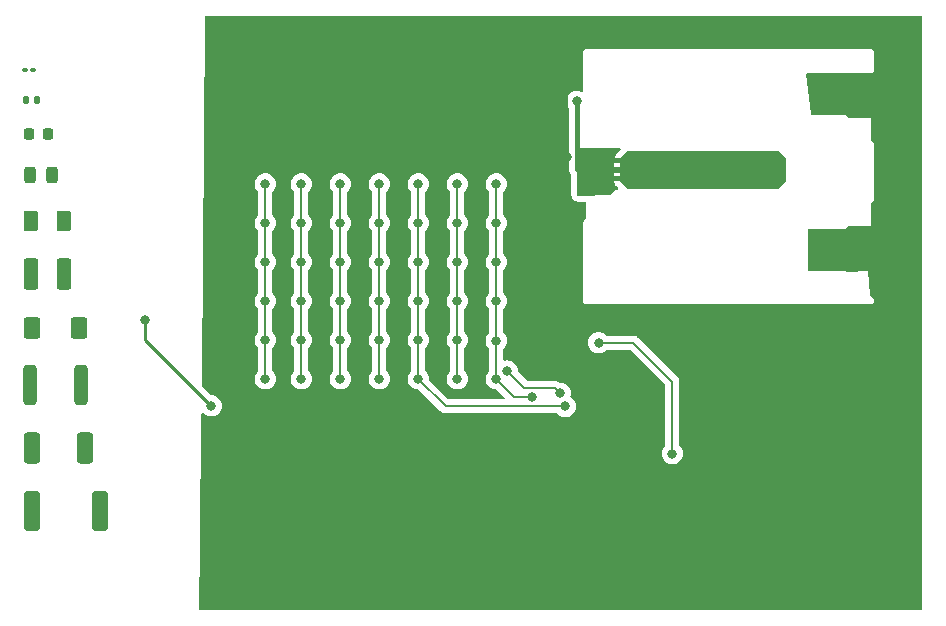
<source format=gbr>
%TF.GenerationSoftware,KiCad,Pcbnew,7.0.10*%
%TF.CreationDate,2024-03-13T20:43:01-04:00*%
%TF.ProjectId,Business Card,42757369-6e65-4737-9320-436172642e6b,rev?*%
%TF.SameCoordinates,Original*%
%TF.FileFunction,Copper,L2,Bot*%
%TF.FilePolarity,Positive*%
%FSLAX46Y46*%
G04 Gerber Fmt 4.6, Leading zero omitted, Abs format (unit mm)*
G04 Created by KiCad (PCBNEW 7.0.10) date 2024-03-13 20:43:01*
%MOMM*%
%LPD*%
G01*
G04 APERTURE LIST*
G04 Aperture macros list*
%AMRoundRect*
0 Rectangle with rounded corners*
0 $1 Rounding radius*
0 $2 $3 $4 $5 $6 $7 $8 $9 X,Y pos of 4 corners*
0 Add a 4 corners polygon primitive as box body*
4,1,4,$2,$3,$4,$5,$6,$7,$8,$9,$2,$3,0*
0 Add four circle primitives for the rounded corners*
1,1,$1+$1,$2,$3*
1,1,$1+$1,$4,$5*
1,1,$1+$1,$6,$7*
1,1,$1+$1,$8,$9*
0 Add four rect primitives between the rounded corners*
20,1,$1+$1,$2,$3,$4,$5,0*
20,1,$1+$1,$4,$5,$6,$7,0*
20,1,$1+$1,$6,$7,$8,$9,0*
20,1,$1+$1,$8,$9,$2,$3,0*%
%AMOutline5P*
0 Free polygon, 5 corners , with rotation*
0 The origin of the aperture is its center*
0 number of corners: always 5*
0 $1 to $10 corner X, Y*
0 $11 Rotation angle, in degrees counterclockwise*
0 create outline with 5 corners*
4,1,5,$1,$2,$3,$4,$5,$6,$7,$8,$9,$10,$1,$2,$11*%
%AMOutline6P*
0 Free polygon, 6 corners , with rotation*
0 The origin of the aperture is its center*
0 number of corners: always 6*
0 $1 to $12 corner X, Y*
0 $13 Rotation angle, in degrees counterclockwise*
0 create outline with 6 corners*
4,1,6,$1,$2,$3,$4,$5,$6,$7,$8,$9,$10,$11,$12,$1,$2,$13*%
%AMOutline7P*
0 Free polygon, 7 corners , with rotation*
0 The origin of the aperture is its center*
0 number of corners: always 7*
0 $1 to $14 corner X, Y*
0 $15 Rotation angle, in degrees counterclockwise*
0 create outline with 7 corners*
4,1,7,$1,$2,$3,$4,$5,$6,$7,$8,$9,$10,$11,$12,$13,$14,$1,$2,$15*%
%AMOutline8P*
0 Free polygon, 8 corners , with rotation*
0 The origin of the aperture is its center*
0 number of corners: always 8*
0 $1 to $16 corner X, Y*
0 $17 Rotation angle, in degrees counterclockwise*
0 create outline with 8 corners*
4,1,8,$1,$2,$3,$4,$5,$6,$7,$8,$9,$10,$11,$12,$13,$14,$15,$16,$1,$2,$17*%
G04 Aperture macros list end*
%TA.AperFunction,SMDPad,CuDef*%
%ADD10Outline8P,-7.000000X0.975000X-6.350000X1.625000X6.350000X1.625000X7.000000X0.975000X7.000000X-0.975000X6.350000X-1.625000X-6.350000X-1.625000X-7.000000X-0.975000X0.000000*%
%TD*%
%TA.AperFunction,ComponentPad*%
%ADD11C,0.808000*%
%TD*%
%TA.AperFunction,SMDPad,CuDef*%
%ADD12RoundRect,0.250000X0.375000X1.075000X-0.375000X1.075000X-0.375000X-1.075000X0.375000X-1.075000X0*%
%TD*%
%TA.AperFunction,SMDPad,CuDef*%
%ADD13RoundRect,0.250000X0.425000X1.075000X-0.425000X1.075000X-0.425000X-1.075000X0.425000X-1.075000X0*%
%TD*%
%TA.AperFunction,SMDPad,CuDef*%
%ADD14RoundRect,0.250000X0.312500X1.450000X-0.312500X1.450000X-0.312500X-1.450000X0.312500X-1.450000X0*%
%TD*%
%TA.AperFunction,SMDPad,CuDef*%
%ADD15RoundRect,0.249999X0.450001X0.650001X-0.450001X0.650001X-0.450001X-0.650001X0.450001X-0.650001X0*%
%TD*%
%TA.AperFunction,SMDPad,CuDef*%
%ADD16RoundRect,0.250000X0.375000X0.625000X-0.375000X0.625000X-0.375000X-0.625000X0.375000X-0.625000X0*%
%TD*%
%TA.AperFunction,SMDPad,CuDef*%
%ADD17RoundRect,0.250000X0.425000X1.425000X-0.425000X1.425000X-0.425000X-1.425000X0.425000X-1.425000X0*%
%TD*%
%TA.AperFunction,SMDPad,CuDef*%
%ADD18RoundRect,0.218750X0.218750X0.256250X-0.218750X0.256250X-0.218750X-0.256250X0.218750X-0.256250X0*%
%TD*%
%TA.AperFunction,SMDPad,CuDef*%
%ADD19RoundRect,0.147500X0.147500X0.172500X-0.147500X0.172500X-0.147500X-0.172500X0.147500X-0.172500X0*%
%TD*%
%TA.AperFunction,SMDPad,CuDef*%
%ADD20RoundRect,0.243750X0.243750X0.456250X-0.243750X0.456250X-0.243750X-0.456250X0.243750X-0.456250X0*%
%TD*%
%TA.AperFunction,SMDPad,CuDef*%
%ADD21RoundRect,0.100000X0.130000X0.100000X-0.130000X0.100000X-0.130000X-0.100000X0.130000X-0.100000X0*%
%TD*%
%TA.AperFunction,ViaPad*%
%ADD22C,0.800000*%
%TD*%
%TA.AperFunction,Conductor*%
%ADD23C,0.200000*%
%TD*%
%TA.AperFunction,Conductor*%
%ADD24C,0.250000*%
%TD*%
%TA.AperFunction,Conductor*%
%ADD25C,0.400000*%
%TD*%
G04 APERTURE END LIST*
D10*
%TO.P,BT1,1,+*%
%TO.N,+BATT*%
X166600000Y-84438000D03*
%TD*%
D11*
%TO.P,ANT1,P$2*%
%TO.N,Net-(U2-LA)*%
X119380000Y-97155000D03*
%TD*%
D12*
%TO.P,1210 (3225),1*%
%TO.N,N/C*%
X112520000Y-93252665D03*
%TO.P,1210 (3225),2*%
X109720000Y-93252665D03*
%TD*%
D13*
%TO.P,2010 (5025),1*%
%TO.N,N/C*%
X114270000Y-107988664D03*
%TO.P,2010 (5025),2*%
X109770000Y-107988664D03*
%TD*%
D14*
%TO.P,1812 (4532),1*%
%TO.N,N/C*%
X113927500Y-102668331D03*
%TO.P,1812 (4532),2*%
X109652500Y-102668331D03*
%TD*%
D15*
%TO.P,1806 (4516),1*%
%TO.N,N/C*%
X113790000Y-97772998D03*
%TO.P,1806 (4516),2*%
X109790000Y-97772998D03*
%TD*%
D16*
%TO.P,1206 (3216),1*%
%TO.N,N/C*%
X112520000Y-88757332D03*
%TO.P,1206 (3216),2*%
X109720000Y-88757332D03*
%TD*%
D17*
%TO.P,2512 (6332),1*%
%TO.N,N/C*%
X115560000Y-113284000D03*
%TO.P,2512 (6332),2*%
X109760000Y-113284000D03*
%TD*%
D18*
%TO.P,0603 (1608),1*%
%TO.N,N/C*%
X111107500Y-81416666D03*
%TO.P,0603 (1608),2*%
X109532500Y-81416666D03*
%TD*%
D19*
%TO.P,0402 (1005),1*%
%TO.N,N/C*%
X110255000Y-78471333D03*
%TO.P,0402 (1005),2*%
X109285000Y-78471333D03*
%TD*%
D20*
%TO.P,0805 (2012),1*%
%TO.N,N/C*%
X111457500Y-84886999D03*
%TO.P,0805 (2012),2*%
X109582500Y-84886999D03*
%TD*%
D21*
%TO.P,0201 (0603),1*%
%TO.N,N/C*%
X109860000Y-75946000D03*
%TO.P,0201 (0603),2*%
X109220000Y-75946000D03*
%TD*%
D22*
%TO.N,GND*%
X154940000Y-76708000D03*
X155072000Y-83347600D03*
%TO.N,+BATT*%
X155945000Y-78612400D03*
%TO.N,Net-(U2-LA)*%
X124968000Y-104394000D03*
%TO.N,Net-(U1-PA4)*%
X157764000Y-99046900D03*
X164007000Y-108430000D03*
%TO.N,Coloumn1*%
X149098000Y-98868000D03*
X149098000Y-88900000D03*
X149098000Y-95504000D03*
X149098000Y-92202000D03*
X152146000Y-103632000D03*
X149098000Y-102108000D03*
X149098000Y-85598000D03*
%TO.N,Coloumn2*%
X145796000Y-98806000D03*
X145796000Y-92202000D03*
X145796000Y-95504000D03*
X145796000Y-102108000D03*
X154502000Y-103328000D03*
X150029000Y-101447000D03*
X145796000Y-85598000D03*
X145796000Y-88900000D03*
%TO.N,Coloumn3*%
X154935000Y-104440000D03*
X142494000Y-102108000D03*
X142494000Y-88900000D03*
X142494000Y-95504000D03*
X142494000Y-92202000D03*
X142494000Y-85598000D03*
X142494000Y-98806000D03*
%TO.N,Coloumn4*%
X139192000Y-88900000D03*
X139192000Y-85598000D03*
X139192000Y-98806000D03*
X139192000Y-102108000D03*
X139192000Y-95504000D03*
X139192000Y-92202000D03*
%TO.N,Coloumn5*%
X135890000Y-92202000D03*
X135890000Y-98806000D03*
X135890000Y-85598000D03*
X135890000Y-88900000D03*
X135890000Y-95504000D03*
X135890000Y-102108000D03*
%TO.N,Coloumn6*%
X132588000Y-92202000D03*
X132588000Y-88900000D03*
X132588000Y-95504000D03*
X132588000Y-85598000D03*
X132588000Y-102108000D03*
X132588000Y-98806000D03*
%TO.N,Coloumn7*%
X129540000Y-85598000D03*
X129540000Y-98806000D03*
X129540000Y-102108000D03*
X129540000Y-92202000D03*
X129540000Y-95504000D03*
X129540000Y-88900000D03*
%TD*%
D23*
%TO.N,GND*%
X154940000Y-76708000D02*
X155072000Y-76840000D01*
X155072000Y-76576000D02*
X154940000Y-76708000D01*
X155072000Y-76840000D02*
X155072000Y-83347600D01*
X155072000Y-76564200D02*
X155072000Y-76576000D01*
D24*
%TO.N,+BATT*%
X166804000Y-84362200D02*
X166870000Y-84428000D01*
D25*
X163026000Y-85344000D02*
X162772000Y-85090000D01*
D24*
X160952000Y-84362200D02*
X166804000Y-84362200D01*
D25*
X162772000Y-85090000D02*
X156718000Y-85090000D01*
X155956000Y-84328000D02*
X155956000Y-82550000D01*
X156972000Y-83566000D02*
X162772000Y-83566000D01*
X155956000Y-82550000D02*
X155956000Y-78623400D01*
X155956000Y-82550000D02*
X156972000Y-83566000D01*
X156718000Y-85090000D02*
X155956000Y-84328000D01*
X162772000Y-83566000D02*
X163026000Y-83312000D01*
D24*
X155956000Y-78623400D02*
X155945000Y-78612400D01*
%TO.N,Net-(U2-LA)*%
X119380000Y-98806000D02*
X119380000Y-97155000D01*
X124968000Y-104394000D02*
X119380000Y-98806000D01*
D23*
%TO.N,Net-(U1-PA4)*%
X157764000Y-99046900D02*
X160689900Y-99046900D01*
X160689900Y-99046900D02*
X164007000Y-102364000D01*
X164007000Y-102364000D02*
X164007000Y-108430000D01*
%TO.N,Coloumn1*%
X149098000Y-92202000D02*
X149098000Y-95504000D01*
X150622000Y-103632000D02*
X152146000Y-103632000D01*
X149098000Y-102108000D02*
X150622000Y-103632000D01*
X149098000Y-88900000D02*
X149098000Y-92202000D01*
X149098000Y-98868000D02*
X149098000Y-102108000D01*
X149098000Y-95504000D02*
X149098000Y-98868000D01*
X149098000Y-85598000D02*
X149098000Y-88900000D01*
%TO.N,Coloumn2*%
X151452000Y-102870000D02*
X150029000Y-101447000D01*
X145796000Y-92202000D02*
X145796000Y-95504000D01*
X145796000Y-98806000D02*
X145796000Y-102108000D01*
X145796000Y-88900000D02*
X145796000Y-92202000D01*
X145796000Y-95504000D02*
X145796000Y-98806000D01*
X145796000Y-85598000D02*
X145796000Y-88900000D01*
X154502000Y-103328000D02*
X154044000Y-102870000D01*
X154044000Y-102870000D02*
X151452000Y-102870000D01*
%TO.N,Coloumn3*%
X142494000Y-88900000D02*
X142494000Y-92202000D01*
X142494000Y-95504000D02*
X142494000Y-98806000D01*
X142494000Y-102108000D02*
X144826000Y-104440000D01*
X142494000Y-85598000D02*
X142494000Y-88900000D01*
X144826000Y-104440000D02*
X154935000Y-104440000D01*
X142494000Y-98806000D02*
X142494000Y-102108000D01*
X142494000Y-92202000D02*
X142494000Y-95504000D01*
%TO.N,Coloumn4*%
X139192000Y-95504000D02*
X139192000Y-98806000D01*
X139192000Y-88900000D02*
X139192000Y-92202000D01*
X139192000Y-98806000D02*
X139192000Y-102108000D01*
X139192000Y-92202000D02*
X139192000Y-95504000D01*
X139192000Y-85598000D02*
X139192000Y-88900000D01*
%TO.N,Coloumn5*%
X135890000Y-98806000D02*
X135890000Y-102108000D01*
X135890000Y-95504000D02*
X135890000Y-98806000D01*
X135890000Y-92202000D02*
X135890000Y-95504000D01*
X135890000Y-88900000D02*
X135890000Y-92202000D01*
X135890000Y-85598000D02*
X135890000Y-88900000D01*
%TO.N,Coloumn6*%
X132588000Y-92202000D02*
X132588000Y-95504000D01*
X132588000Y-85598000D02*
X132588000Y-88900000D01*
X132588000Y-98806000D02*
X132588000Y-102108000D01*
X132588000Y-95504000D02*
X132588000Y-98806000D01*
X132588000Y-88900000D02*
X132588000Y-92202000D01*
%TO.N,Coloumn7*%
X129540000Y-95504000D02*
X129540000Y-98806000D01*
X129540000Y-92202000D02*
X129540000Y-95504000D01*
X129540000Y-98806000D02*
X129540000Y-102108000D01*
X129540000Y-88900000D02*
X129540000Y-92202000D01*
X129540000Y-88900000D02*
X129540000Y-85598000D01*
%TD*%
%TA.AperFunction,Conductor*%
%TO.N,GND*%
G36*
X185112539Y-71390185D02*
G01*
X185158294Y-71442989D01*
X185169500Y-71494500D01*
X185169500Y-95758000D01*
X180855080Y-95758000D01*
X180895610Y-95749937D01*
X180945740Y-95739966D01*
X181028601Y-95684601D01*
X181083966Y-95601740D01*
X181103408Y-95504000D01*
X181103408Y-95503997D01*
X181083967Y-95406263D01*
X181083966Y-95406260D01*
X181083966Y-95406259D01*
X181064057Y-95376463D01*
X181028601Y-95323399D01*
X181028598Y-95323397D01*
X181028598Y-95323396D01*
X181017832Y-95316203D01*
X180999042Y-95300782D01*
X180818918Y-95120658D01*
X180785433Y-95059335D01*
X180783111Y-95044224D01*
X180594000Y-92964000D01*
X180593999Y-92964000D01*
X180593999Y-92963999D01*
X178810267Y-93053186D01*
X178742328Y-93036874D01*
X178735185Y-93032444D01*
X178689536Y-93001942D01*
X178659741Y-92982034D01*
X178659740Y-92982033D01*
X178659739Y-92982033D01*
X178562002Y-92962592D01*
X178561999Y-92962592D01*
X178549306Y-92965117D01*
X178525114Y-92967500D01*
X175638000Y-92967500D01*
X175570961Y-92947815D01*
X175525206Y-92895011D01*
X175514000Y-92843500D01*
X175514000Y-89528500D01*
X175533685Y-89461461D01*
X175586489Y-89415706D01*
X175638000Y-89404500D01*
X177775326Y-89404500D01*
X178525114Y-89404500D01*
X178549306Y-89406883D01*
X178561999Y-89409408D01*
X178562000Y-89409408D01*
X178562002Y-89409408D01*
X178659737Y-89389967D01*
X178659737Y-89389966D01*
X178659741Y-89389966D01*
X178689536Y-89370057D01*
X178689536Y-89370056D01*
X178689538Y-89370056D01*
X178716068Y-89352329D01*
X178742601Y-89334601D01*
X178749794Y-89323833D01*
X178765205Y-89305053D01*
X178879942Y-89190316D01*
X178941263Y-89156834D01*
X178967621Y-89154000D01*
X180848000Y-89154000D01*
X180848000Y-87273621D01*
X180867685Y-87206582D01*
X180884313Y-87185945D01*
X180999053Y-87071205D01*
X181017833Y-87055794D01*
X181028601Y-87048601D01*
X181042767Y-87027399D01*
X181064049Y-86995549D01*
X181064051Y-86995544D01*
X181064057Y-86995536D01*
X181083966Y-86965741D01*
X181089598Y-86937427D01*
X181103408Y-86868002D01*
X181103408Y-86867999D01*
X181100883Y-86855306D01*
X181098500Y-86831114D01*
X181098500Y-82332885D01*
X181100883Y-82308691D01*
X181103408Y-82295998D01*
X181103408Y-82295997D01*
X181083967Y-82198263D01*
X181083966Y-82198260D01*
X181083966Y-82198259D01*
X181064057Y-82168463D01*
X181028601Y-82115399D01*
X181028598Y-82115397D01*
X181028598Y-82115396D01*
X181017832Y-82108203D01*
X180999042Y-82092782D01*
X180884319Y-81978059D01*
X180850834Y-81916736D01*
X180848000Y-81890378D01*
X180848000Y-80010000D01*
X178967622Y-80010000D01*
X178900583Y-79990315D01*
X178879941Y-79973681D01*
X178765217Y-79858957D01*
X178749794Y-79840165D01*
X178742600Y-79829398D01*
X178729379Y-79820564D01*
X178689536Y-79793942D01*
X178659741Y-79774034D01*
X178659740Y-79774033D01*
X178659739Y-79774033D01*
X178562002Y-79754592D01*
X178561999Y-79754592D01*
X178549306Y-79757117D01*
X178525114Y-79759500D01*
X175846152Y-79759500D01*
X175779113Y-79739815D01*
X175733358Y-79687011D01*
X175723110Y-79650880D01*
X175308735Y-76335880D01*
X175319952Y-76266917D01*
X175366673Y-76214966D01*
X175431777Y-76196500D01*
X180811114Y-76196500D01*
X180835306Y-76198883D01*
X180847999Y-76201408D01*
X180848000Y-76201408D01*
X180848002Y-76201408D01*
X180896870Y-76191687D01*
X180945740Y-76181966D01*
X181028601Y-76126601D01*
X181083966Y-76043740D01*
X181083967Y-76043735D01*
X181099689Y-75964700D01*
X181099690Y-75964689D01*
X181103408Y-75946000D01*
X181103408Y-75945999D01*
X181100883Y-75933306D01*
X181098500Y-75909114D01*
X181098500Y-74458885D01*
X181100883Y-74434691D01*
X181103408Y-74421998D01*
X181103408Y-74421997D01*
X181083966Y-74324261D01*
X181083966Y-74324260D01*
X181028601Y-74241399D01*
X180945740Y-74186034D01*
X180945739Y-74186033D01*
X180945736Y-74186032D01*
X180872675Y-74171500D01*
X180872674Y-74171500D01*
X180848001Y-74166592D01*
X180847999Y-74166592D01*
X180835306Y-74169117D01*
X180811114Y-74171500D01*
X156754886Y-74171500D01*
X156730694Y-74169117D01*
X156718001Y-74166592D01*
X156718000Y-74166592D01*
X156718000Y-71370500D01*
X185045500Y-71370500D01*
X185112539Y-71390185D01*
G37*
%TD.AperFunction*%
%TD*%
%TA.AperFunction,Conductor*%
%TO.N,GND*%
G36*
X156718000Y-74166592D02*
G01*
X156717999Y-74166592D01*
X156693326Y-74171500D01*
X156693325Y-74171500D01*
X156620263Y-74186032D01*
X156620260Y-74186033D01*
X156537399Y-74241399D01*
X156482033Y-74324261D01*
X156462592Y-74421997D01*
X156462592Y-74421998D01*
X156465117Y-74434691D01*
X156467500Y-74458885D01*
X156467500Y-77668368D01*
X156447815Y-77735407D01*
X156395011Y-77781162D01*
X156325853Y-77791106D01*
X156293065Y-77781648D01*
X156224802Y-77751255D01*
X156079001Y-77720265D01*
X156039646Y-77711900D01*
X155850354Y-77711900D01*
X155817897Y-77718798D01*
X155665197Y-77751255D01*
X155665192Y-77751257D01*
X155492270Y-77828248D01*
X155492265Y-77828251D01*
X155339129Y-77939511D01*
X155212466Y-78080185D01*
X155117821Y-78244115D01*
X155117818Y-78244122D01*
X155059327Y-78424140D01*
X155059326Y-78424144D01*
X155039540Y-78612400D01*
X155059326Y-78800656D01*
X155059327Y-78800659D01*
X155117818Y-78980677D01*
X155117821Y-78980684D01*
X155212467Y-79144616D01*
X155223648Y-79157033D01*
X155253879Y-79220024D01*
X155255500Y-79240008D01*
X155255500Y-82525078D01*
X155255274Y-82532565D01*
X155251642Y-82592604D01*
X155251642Y-82592606D01*
X155253469Y-82602575D01*
X155255500Y-82624927D01*
X155255500Y-84303078D01*
X155255274Y-84310566D01*
X155251642Y-84370603D01*
X155251642Y-84370605D01*
X155262483Y-84429770D01*
X155263610Y-84437171D01*
X155270859Y-84496871D01*
X155270860Y-84496874D01*
X155274451Y-84506343D01*
X155280474Y-84527946D01*
X155282304Y-84537930D01*
X155306991Y-84592782D01*
X155309854Y-84599694D01*
X155331182Y-84655930D01*
X155331183Y-84655931D01*
X155336936Y-84664266D01*
X155347961Y-84683813D01*
X155352120Y-84693055D01*
X155352124Y-84693060D01*
X155389215Y-84740403D01*
X155393655Y-84746437D01*
X155428550Y-84796991D01*
X155450433Y-84863345D01*
X155450500Y-84867431D01*
X155450500Y-86485144D01*
X155464208Y-86602062D01*
X155477479Y-86657877D01*
X155477479Y-86657878D01*
X155517856Y-86768449D01*
X155517859Y-86768455D01*
X155600229Y-86886400D01*
X155600239Y-86886413D01*
X155646130Y-86935434D01*
X155647402Y-86936854D01*
X155647988Y-86937420D01*
X155647991Y-86937422D01*
X155647995Y-86937427D01*
X155760275Y-87027399D01*
X155893354Y-87082094D01*
X155893360Y-87082096D01*
X155961096Y-87099186D01*
X155961101Y-87099187D01*
X156104194Y-87114174D01*
X156104200Y-87114173D01*
X156104206Y-87114174D01*
X156227031Y-87109449D01*
X156589238Y-87095518D01*
X156656980Y-87112610D01*
X156704731Y-87163616D01*
X156718000Y-87219425D01*
X156718000Y-88494377D01*
X156698315Y-88561416D01*
X156681685Y-88582053D01*
X156566955Y-88696784D01*
X156548170Y-88712200D01*
X156537404Y-88719394D01*
X156537398Y-88719400D01*
X156521470Y-88743239D01*
X156482033Y-88802260D01*
X156482032Y-88802263D01*
X156462592Y-88899997D01*
X156462592Y-88899999D01*
X156465117Y-88912692D01*
X156467500Y-88936885D01*
X156467500Y-95467114D01*
X156465117Y-95491306D01*
X156462592Y-95503999D01*
X156462592Y-95504001D01*
X156466310Y-95522693D01*
X156466311Y-95522700D01*
X156482032Y-95601735D01*
X156482033Y-95601739D01*
X156482034Y-95601740D01*
X156537399Y-95684601D01*
X156620260Y-95739966D01*
X156652840Y-95746446D01*
X156717998Y-95759408D01*
X156718000Y-95759408D01*
X156718001Y-95759408D01*
X156730694Y-95756883D01*
X156754886Y-95754500D01*
X180811114Y-95754500D01*
X180835306Y-95756883D01*
X180847999Y-95759408D01*
X180848000Y-95759408D01*
X180848002Y-95759408D01*
X180855080Y-95758000D01*
X185169500Y-95758000D01*
X185169500Y-121545500D01*
X185149815Y-121612539D01*
X185097011Y-121658294D01*
X185045500Y-121669500D01*
X124079733Y-121669500D01*
X124012694Y-121649815D01*
X123966939Y-121597011D01*
X123955739Y-121544266D01*
X124008177Y-116274148D01*
X124119175Y-105118847D01*
X124139526Y-105052010D01*
X124192782Y-105006783D01*
X124262036Y-104997528D01*
X124325300Y-105027184D01*
X124335314Y-105037107D01*
X124343035Y-105045682D01*
X124362129Y-105066888D01*
X124515265Y-105178148D01*
X124515270Y-105178151D01*
X124688192Y-105255142D01*
X124688197Y-105255144D01*
X124873354Y-105294500D01*
X124873355Y-105294500D01*
X125062644Y-105294500D01*
X125062646Y-105294500D01*
X125247803Y-105255144D01*
X125420730Y-105178151D01*
X125573871Y-105066888D01*
X125700533Y-104926216D01*
X125795179Y-104762284D01*
X125853674Y-104582256D01*
X125873460Y-104394000D01*
X125853674Y-104205744D01*
X125795179Y-104025716D01*
X125700533Y-103861784D01*
X125573871Y-103721112D01*
X125573870Y-103721111D01*
X125420734Y-103609851D01*
X125420729Y-103609848D01*
X125247807Y-103532857D01*
X125247802Y-103532855D01*
X125102001Y-103501865D01*
X125062646Y-103493500D01*
X125062645Y-103493500D01*
X125003453Y-103493500D01*
X124936414Y-103473815D01*
X124915772Y-103457181D01*
X124180226Y-102721635D01*
X124146741Y-102660312D01*
X124143913Y-102632720D01*
X124149134Y-102108000D01*
X128634540Y-102108000D01*
X128654326Y-102296256D01*
X128654327Y-102296259D01*
X128712818Y-102476277D01*
X128712821Y-102476284D01*
X128807467Y-102640216D01*
X128934129Y-102780888D01*
X129087265Y-102892148D01*
X129087270Y-102892151D01*
X129260192Y-102969142D01*
X129260197Y-102969144D01*
X129445354Y-103008500D01*
X129445355Y-103008500D01*
X129634644Y-103008500D01*
X129634646Y-103008500D01*
X129819803Y-102969144D01*
X129992730Y-102892151D01*
X130145871Y-102780888D01*
X130272533Y-102640216D01*
X130367179Y-102476284D01*
X130425674Y-102296256D01*
X130445460Y-102108000D01*
X131682540Y-102108000D01*
X131702326Y-102296256D01*
X131702327Y-102296259D01*
X131760818Y-102476277D01*
X131760821Y-102476284D01*
X131855467Y-102640216D01*
X131982129Y-102780888D01*
X132135265Y-102892148D01*
X132135270Y-102892151D01*
X132308192Y-102969142D01*
X132308197Y-102969144D01*
X132493354Y-103008500D01*
X132493355Y-103008500D01*
X132682644Y-103008500D01*
X132682646Y-103008500D01*
X132867803Y-102969144D01*
X133040730Y-102892151D01*
X133193871Y-102780888D01*
X133320533Y-102640216D01*
X133415179Y-102476284D01*
X133473674Y-102296256D01*
X133493460Y-102108000D01*
X134984540Y-102108000D01*
X135004326Y-102296256D01*
X135004327Y-102296259D01*
X135062818Y-102476277D01*
X135062821Y-102476284D01*
X135157467Y-102640216D01*
X135284129Y-102780888D01*
X135437265Y-102892148D01*
X135437270Y-102892151D01*
X135610192Y-102969142D01*
X135610197Y-102969144D01*
X135795354Y-103008500D01*
X135795355Y-103008500D01*
X135984644Y-103008500D01*
X135984646Y-103008500D01*
X136169803Y-102969144D01*
X136342730Y-102892151D01*
X136495871Y-102780888D01*
X136622533Y-102640216D01*
X136717179Y-102476284D01*
X136775674Y-102296256D01*
X136795460Y-102108000D01*
X138286540Y-102108000D01*
X138306326Y-102296256D01*
X138306327Y-102296259D01*
X138364818Y-102476277D01*
X138364821Y-102476284D01*
X138459467Y-102640216D01*
X138586129Y-102780888D01*
X138739265Y-102892148D01*
X138739270Y-102892151D01*
X138912192Y-102969142D01*
X138912197Y-102969144D01*
X139097354Y-103008500D01*
X139097355Y-103008500D01*
X139286644Y-103008500D01*
X139286646Y-103008500D01*
X139471803Y-102969144D01*
X139644730Y-102892151D01*
X139797871Y-102780888D01*
X139924533Y-102640216D01*
X140019179Y-102476284D01*
X140077674Y-102296256D01*
X140097460Y-102108000D01*
X141588540Y-102108000D01*
X141608326Y-102296256D01*
X141608327Y-102296259D01*
X141666818Y-102476277D01*
X141666821Y-102476284D01*
X141761467Y-102640216D01*
X141888129Y-102780888D01*
X142041265Y-102892148D01*
X142041270Y-102892151D01*
X142214192Y-102969142D01*
X142214197Y-102969144D01*
X142399354Y-103008500D01*
X142493903Y-103008500D01*
X142560942Y-103028185D01*
X142581584Y-103044819D01*
X144367799Y-104831034D01*
X144378493Y-104843228D01*
X144397715Y-104868279D01*
X144397716Y-104868280D01*
X144397718Y-104868282D01*
X144486847Y-104936673D01*
X144523159Y-104964536D01*
X144669238Y-105025044D01*
X144747619Y-105035363D01*
X144825999Y-105045682D01*
X144826000Y-105045682D01*
X144857302Y-105041560D01*
X144873487Y-105040500D01*
X154208742Y-105040500D01*
X154275781Y-105060185D01*
X154300891Y-105081527D01*
X154329128Y-105112887D01*
X154329135Y-105112893D01*
X154482265Y-105224148D01*
X154482270Y-105224151D01*
X154655192Y-105301142D01*
X154655197Y-105301144D01*
X154840354Y-105340500D01*
X154840355Y-105340500D01*
X155029644Y-105340500D01*
X155029646Y-105340500D01*
X155214803Y-105301144D01*
X155387730Y-105224151D01*
X155540871Y-105112888D01*
X155667533Y-104972216D01*
X155762179Y-104808284D01*
X155820674Y-104628256D01*
X155840460Y-104440000D01*
X155820674Y-104251744D01*
X155762179Y-104071716D01*
X155667533Y-103907784D01*
X155540871Y-103767112D01*
X155540732Y-103767011D01*
X155423876Y-103682110D01*
X155381210Y-103626780D01*
X155375231Y-103557167D01*
X155378830Y-103543473D01*
X155387674Y-103516256D01*
X155407460Y-103328000D01*
X155387674Y-103139744D01*
X155329179Y-102959716D01*
X155234533Y-102795784D01*
X155107871Y-102655112D01*
X155107870Y-102655111D01*
X154954734Y-102543851D01*
X154954729Y-102543848D01*
X154781807Y-102466857D01*
X154781802Y-102466855D01*
X154636001Y-102435865D01*
X154596646Y-102427500D01*
X154596645Y-102427500D01*
X154495845Y-102427500D01*
X154428806Y-102407815D01*
X154420359Y-102401876D01*
X154346842Y-102345464D01*
X154200762Y-102284956D01*
X154200760Y-102284955D01*
X154044001Y-102264318D01*
X154044000Y-102264318D01*
X154012697Y-102268439D01*
X153996513Y-102269500D01*
X151752097Y-102269500D01*
X151685058Y-102249815D01*
X151664416Y-102233181D01*
X150970779Y-101539544D01*
X150937294Y-101478221D01*
X150934460Y-101451863D01*
X150934460Y-101447002D01*
X150934460Y-101447000D01*
X150914674Y-101258744D01*
X150856179Y-101078716D01*
X150761533Y-100914784D01*
X150634871Y-100774112D01*
X150634870Y-100774111D01*
X150481734Y-100662851D01*
X150481729Y-100662848D01*
X150308807Y-100585857D01*
X150308802Y-100585855D01*
X150163001Y-100554865D01*
X150123646Y-100546500D01*
X149934354Y-100546500D01*
X149934352Y-100546500D01*
X149848280Y-100564795D01*
X149778613Y-100559479D01*
X149722880Y-100517341D01*
X149698775Y-100451761D01*
X149698500Y-100443505D01*
X149698500Y-99594452D01*
X149718185Y-99527413D01*
X149730350Y-99511480D01*
X149830533Y-99400216D01*
X149925179Y-99236284D01*
X149983674Y-99056256D01*
X149984657Y-99046900D01*
X156858540Y-99046900D01*
X156878326Y-99235156D01*
X156878327Y-99235159D01*
X156936818Y-99415177D01*
X156936821Y-99415184D01*
X157031467Y-99579116D01*
X157158128Y-99719787D01*
X157158129Y-99719788D01*
X157311265Y-99831048D01*
X157311270Y-99831051D01*
X157484192Y-99908042D01*
X157484197Y-99908044D01*
X157669354Y-99947400D01*
X157669355Y-99947400D01*
X157858644Y-99947400D01*
X157858646Y-99947400D01*
X158043803Y-99908044D01*
X158216730Y-99831051D01*
X158369871Y-99719788D01*
X158398109Y-99688427D01*
X158457595Y-99651779D01*
X158490258Y-99647400D01*
X160389803Y-99647400D01*
X160456842Y-99667085D01*
X160477484Y-99683719D01*
X163370181Y-102576416D01*
X163403666Y-102637739D01*
X163406500Y-102664097D01*
X163406500Y-107703547D01*
X163386815Y-107770586D01*
X163374650Y-107786519D01*
X163274466Y-107897785D01*
X163179821Y-108061715D01*
X163179818Y-108061722D01*
X163121327Y-108241740D01*
X163121326Y-108241744D01*
X163101540Y-108430000D01*
X163121326Y-108618256D01*
X163121327Y-108618259D01*
X163179818Y-108798277D01*
X163179821Y-108798284D01*
X163274467Y-108962216D01*
X163401129Y-109102888D01*
X163554265Y-109214148D01*
X163554270Y-109214151D01*
X163727192Y-109291142D01*
X163727197Y-109291144D01*
X163912354Y-109330500D01*
X163912355Y-109330500D01*
X164101644Y-109330500D01*
X164101646Y-109330500D01*
X164286803Y-109291144D01*
X164459730Y-109214151D01*
X164612871Y-109102888D01*
X164739533Y-108962216D01*
X164834179Y-108798284D01*
X164892674Y-108618256D01*
X164912460Y-108430000D01*
X164892674Y-108241744D01*
X164834179Y-108061716D01*
X164739533Y-107897784D01*
X164684628Y-107836806D01*
X164639350Y-107786519D01*
X164609120Y-107723527D01*
X164607500Y-107703547D01*
X164607500Y-102411487D01*
X164608561Y-102395301D01*
X164612682Y-102363999D01*
X164612682Y-102363998D01*
X164592044Y-102207239D01*
X164592042Y-102207234D01*
X164531538Y-102061163D01*
X164531535Y-102061158D01*
X164459451Y-101967216D01*
X164459450Y-101967215D01*
X164445761Y-101949375D01*
X164435281Y-101935716D01*
X164410229Y-101916494D01*
X164398034Y-101905799D01*
X161148099Y-98655864D01*
X161137404Y-98643669D01*
X161118183Y-98618619D01*
X161117043Y-98617744D01*
X160992741Y-98522364D01*
X160974202Y-98514685D01*
X160846662Y-98461856D01*
X160846660Y-98461855D01*
X160689901Y-98441218D01*
X160689900Y-98441218D01*
X160658597Y-98445339D01*
X160642413Y-98446400D01*
X158490258Y-98446400D01*
X158423219Y-98426715D01*
X158398109Y-98405373D01*
X158369871Y-98374012D01*
X158369864Y-98374006D01*
X158216734Y-98262751D01*
X158216729Y-98262748D01*
X158043807Y-98185757D01*
X158043802Y-98185755D01*
X157898001Y-98154765D01*
X157858646Y-98146400D01*
X157669354Y-98146400D01*
X157636897Y-98153298D01*
X157484197Y-98185755D01*
X157484192Y-98185757D01*
X157311270Y-98262748D01*
X157311265Y-98262751D01*
X157158129Y-98374011D01*
X157031466Y-98514685D01*
X156936821Y-98678615D01*
X156936818Y-98678622D01*
X156895431Y-98806000D01*
X156878326Y-98858644D01*
X156858540Y-99046900D01*
X149984657Y-99046900D01*
X150003460Y-98868000D01*
X149983674Y-98679744D01*
X149925179Y-98499716D01*
X149830533Y-98335784D01*
X149748112Y-98244246D01*
X149730350Y-98224519D01*
X149700120Y-98161527D01*
X149698500Y-98141547D01*
X149698500Y-96230452D01*
X149718185Y-96163413D01*
X149730350Y-96147480D01*
X149830533Y-96036216D01*
X149925179Y-95872284D01*
X149983674Y-95692256D01*
X150003460Y-95504000D01*
X149983674Y-95315744D01*
X149925179Y-95135716D01*
X149830533Y-94971784D01*
X149775628Y-94910806D01*
X149730350Y-94860519D01*
X149700120Y-94797527D01*
X149698500Y-94777547D01*
X149698500Y-92928452D01*
X149718185Y-92861413D01*
X149730350Y-92845480D01*
X149830533Y-92734216D01*
X149925179Y-92570284D01*
X149983674Y-92390256D01*
X150003460Y-92202000D01*
X149983674Y-92013744D01*
X149925179Y-91833716D01*
X149830533Y-91669784D01*
X149775628Y-91608806D01*
X149730350Y-91558519D01*
X149700120Y-91495527D01*
X149698500Y-91475547D01*
X149698500Y-89626452D01*
X149718185Y-89559413D01*
X149730350Y-89543480D01*
X149830533Y-89432216D01*
X149925179Y-89268284D01*
X149983674Y-89088256D01*
X150003460Y-88900000D01*
X149983674Y-88711744D01*
X149925179Y-88531716D01*
X149830533Y-88367784D01*
X149775628Y-88306806D01*
X149730350Y-88256519D01*
X149700120Y-88193527D01*
X149698500Y-88173547D01*
X149698500Y-86324452D01*
X149718185Y-86257413D01*
X149730350Y-86241480D01*
X149830533Y-86130216D01*
X149925179Y-85966284D01*
X149983674Y-85786256D01*
X150003460Y-85598000D01*
X149983674Y-85409744D01*
X149925179Y-85229716D01*
X149830533Y-85065784D01*
X149703871Y-84925112D01*
X149624480Y-84867431D01*
X149550734Y-84813851D01*
X149550729Y-84813848D01*
X149377807Y-84736857D01*
X149377802Y-84736855D01*
X149232001Y-84705865D01*
X149192646Y-84697500D01*
X149003354Y-84697500D01*
X148970897Y-84704398D01*
X148818197Y-84736855D01*
X148818192Y-84736857D01*
X148645270Y-84813848D01*
X148645265Y-84813851D01*
X148492129Y-84925111D01*
X148365466Y-85065785D01*
X148270821Y-85229715D01*
X148270818Y-85229722D01*
X148212327Y-85409740D01*
X148212326Y-85409744D01*
X148192540Y-85598000D01*
X148212326Y-85786256D01*
X148212327Y-85786259D01*
X148270818Y-85966277D01*
X148270821Y-85966284D01*
X148365467Y-86130216D01*
X148465650Y-86241480D01*
X148495880Y-86304471D01*
X148497500Y-86324452D01*
X148497500Y-88173547D01*
X148477815Y-88240586D01*
X148465650Y-88256519D01*
X148365466Y-88367785D01*
X148270821Y-88531715D01*
X148270818Y-88531722D01*
X148212327Y-88711740D01*
X148212326Y-88711744D01*
X148192540Y-88900000D01*
X148212326Y-89088256D01*
X148212327Y-89088259D01*
X148270818Y-89268277D01*
X148270821Y-89268284D01*
X148365467Y-89432216D01*
X148465650Y-89543480D01*
X148495880Y-89606471D01*
X148497500Y-89626452D01*
X148497500Y-91475547D01*
X148477815Y-91542586D01*
X148465650Y-91558519D01*
X148365466Y-91669785D01*
X148270821Y-91833715D01*
X148270818Y-91833722D01*
X148212327Y-92013740D01*
X148212326Y-92013744D01*
X148192540Y-92202000D01*
X148212326Y-92390256D01*
X148212327Y-92390259D01*
X148270818Y-92570277D01*
X148270821Y-92570284D01*
X148365467Y-92734216D01*
X148465650Y-92845480D01*
X148495880Y-92908471D01*
X148497500Y-92928452D01*
X148497500Y-94777547D01*
X148477815Y-94844586D01*
X148465650Y-94860519D01*
X148365466Y-94971785D01*
X148270821Y-95135715D01*
X148270818Y-95135722D01*
X148212327Y-95315740D01*
X148212326Y-95315744D01*
X148192540Y-95504000D01*
X148212326Y-95692256D01*
X148212327Y-95692259D01*
X148270818Y-95872277D01*
X148270821Y-95872284D01*
X148365467Y-96036216D01*
X148465650Y-96147480D01*
X148495880Y-96210471D01*
X148497500Y-96230452D01*
X148497500Y-98141547D01*
X148477815Y-98208586D01*
X148465650Y-98224519D01*
X148365466Y-98335785D01*
X148270821Y-98499715D01*
X148270818Y-98499722D01*
X148212327Y-98679740D01*
X148212326Y-98679744D01*
X148192540Y-98868000D01*
X148212326Y-99056256D01*
X148212327Y-99056259D01*
X148270818Y-99236277D01*
X148270821Y-99236284D01*
X148365467Y-99400216D01*
X148409825Y-99449480D01*
X148465650Y-99511480D01*
X148495880Y-99574471D01*
X148497500Y-99594452D01*
X148497500Y-101381547D01*
X148477815Y-101448586D01*
X148465650Y-101464519D01*
X148365466Y-101575785D01*
X148270821Y-101739715D01*
X148270818Y-101739722D01*
X148216857Y-101905799D01*
X148212326Y-101919744D01*
X148192540Y-102108000D01*
X148212326Y-102296256D01*
X148212327Y-102296259D01*
X148270818Y-102476277D01*
X148270821Y-102476284D01*
X148365467Y-102640216D01*
X148492129Y-102780888D01*
X148645265Y-102892148D01*
X148645270Y-102892151D01*
X148818192Y-102969142D01*
X148818197Y-102969144D01*
X149003354Y-103008500D01*
X149097903Y-103008500D01*
X149164942Y-103028185D01*
X149185584Y-103044819D01*
X149768583Y-103627819D01*
X149802068Y-103689142D01*
X149797084Y-103758834D01*
X149755212Y-103814767D01*
X149689748Y-103839184D01*
X149680902Y-103839500D01*
X145126097Y-103839500D01*
X145059058Y-103819815D01*
X145038416Y-103803181D01*
X143435779Y-102200544D01*
X143402294Y-102139221D01*
X143399460Y-102112863D01*
X143399460Y-102108002D01*
X143399460Y-102108000D01*
X144890540Y-102108000D01*
X144910326Y-102296256D01*
X144910327Y-102296259D01*
X144968818Y-102476277D01*
X144968821Y-102476284D01*
X145063467Y-102640216D01*
X145190129Y-102780888D01*
X145343265Y-102892148D01*
X145343270Y-102892151D01*
X145516192Y-102969142D01*
X145516197Y-102969144D01*
X145701354Y-103008500D01*
X145701355Y-103008500D01*
X145890644Y-103008500D01*
X145890646Y-103008500D01*
X146075803Y-102969144D01*
X146248730Y-102892151D01*
X146401871Y-102780888D01*
X146528533Y-102640216D01*
X146623179Y-102476284D01*
X146681674Y-102296256D01*
X146701460Y-102108000D01*
X146681674Y-101919744D01*
X146623179Y-101739716D01*
X146528533Y-101575784D01*
X146440687Y-101478221D01*
X146428350Y-101464519D01*
X146398120Y-101401527D01*
X146396500Y-101381547D01*
X146396500Y-99532452D01*
X146416185Y-99465413D01*
X146428350Y-99449480D01*
X146528533Y-99338216D01*
X146623179Y-99174284D01*
X146681674Y-98994256D01*
X146701460Y-98806000D01*
X146681674Y-98617744D01*
X146623179Y-98437716D01*
X146528533Y-98273784D01*
X146469828Y-98208586D01*
X146428350Y-98162519D01*
X146398120Y-98099527D01*
X146396500Y-98079547D01*
X146396500Y-96230452D01*
X146416185Y-96163413D01*
X146428350Y-96147480D01*
X146528533Y-96036216D01*
X146623179Y-95872284D01*
X146681674Y-95692256D01*
X146701460Y-95504000D01*
X146681674Y-95315744D01*
X146623179Y-95135716D01*
X146528533Y-94971784D01*
X146473628Y-94910806D01*
X146428350Y-94860519D01*
X146398120Y-94797527D01*
X146396500Y-94777547D01*
X146396500Y-92928452D01*
X146416185Y-92861413D01*
X146428350Y-92845480D01*
X146528533Y-92734216D01*
X146623179Y-92570284D01*
X146681674Y-92390256D01*
X146701460Y-92202000D01*
X146681674Y-92013744D01*
X146623179Y-91833716D01*
X146528533Y-91669784D01*
X146473628Y-91608806D01*
X146428350Y-91558519D01*
X146398120Y-91495527D01*
X146396500Y-91475547D01*
X146396500Y-89626452D01*
X146416185Y-89559413D01*
X146428350Y-89543480D01*
X146528533Y-89432216D01*
X146623179Y-89268284D01*
X146681674Y-89088256D01*
X146701460Y-88900000D01*
X146681674Y-88711744D01*
X146623179Y-88531716D01*
X146528533Y-88367784D01*
X146473628Y-88306806D01*
X146428350Y-88256519D01*
X146398120Y-88193527D01*
X146396500Y-88173547D01*
X146396500Y-86324452D01*
X146416185Y-86257413D01*
X146428350Y-86241480D01*
X146528533Y-86130216D01*
X146623179Y-85966284D01*
X146681674Y-85786256D01*
X146701460Y-85598000D01*
X146681674Y-85409744D01*
X146623179Y-85229716D01*
X146528533Y-85065784D01*
X146401871Y-84925112D01*
X146322480Y-84867431D01*
X146248734Y-84813851D01*
X146248729Y-84813848D01*
X146075807Y-84736857D01*
X146075802Y-84736855D01*
X145930001Y-84705865D01*
X145890646Y-84697500D01*
X145701354Y-84697500D01*
X145668897Y-84704398D01*
X145516197Y-84736855D01*
X145516192Y-84736857D01*
X145343270Y-84813848D01*
X145343265Y-84813851D01*
X145190129Y-84925111D01*
X145063466Y-85065785D01*
X144968821Y-85229715D01*
X144968818Y-85229722D01*
X144910327Y-85409740D01*
X144910326Y-85409744D01*
X144890540Y-85598000D01*
X144910326Y-85786256D01*
X144910327Y-85786259D01*
X144968818Y-85966277D01*
X144968821Y-85966284D01*
X145063467Y-86130216D01*
X145163650Y-86241480D01*
X145193880Y-86304471D01*
X145195500Y-86324452D01*
X145195500Y-88173547D01*
X145175815Y-88240586D01*
X145163650Y-88256519D01*
X145063466Y-88367785D01*
X144968821Y-88531715D01*
X144968818Y-88531722D01*
X144910327Y-88711740D01*
X144910326Y-88711744D01*
X144890540Y-88900000D01*
X144910326Y-89088256D01*
X144910327Y-89088259D01*
X144968818Y-89268277D01*
X144968821Y-89268284D01*
X145063467Y-89432216D01*
X145163650Y-89543480D01*
X145193880Y-89606471D01*
X145195500Y-89626452D01*
X145195500Y-91475547D01*
X145175815Y-91542586D01*
X145163650Y-91558519D01*
X145063466Y-91669785D01*
X144968821Y-91833715D01*
X144968818Y-91833722D01*
X144910327Y-92013740D01*
X144910326Y-92013744D01*
X144890540Y-92202000D01*
X144910326Y-92390256D01*
X144910327Y-92390259D01*
X144968818Y-92570277D01*
X144968821Y-92570284D01*
X145063467Y-92734216D01*
X145163650Y-92845480D01*
X145193880Y-92908471D01*
X145195500Y-92928452D01*
X145195500Y-94777547D01*
X145175815Y-94844586D01*
X145163650Y-94860519D01*
X145063466Y-94971785D01*
X144968821Y-95135715D01*
X144968818Y-95135722D01*
X144910327Y-95315740D01*
X144910326Y-95315744D01*
X144890540Y-95504000D01*
X144910326Y-95692256D01*
X144910327Y-95692259D01*
X144968818Y-95872277D01*
X144968821Y-95872284D01*
X145063467Y-96036216D01*
X145163650Y-96147480D01*
X145193880Y-96210471D01*
X145195500Y-96230452D01*
X145195500Y-98079547D01*
X145175815Y-98146586D01*
X145163650Y-98162519D01*
X145063466Y-98273785D01*
X144968821Y-98437715D01*
X144968818Y-98437722D01*
X144918549Y-98592435D01*
X144910326Y-98617744D01*
X144890540Y-98806000D01*
X144910326Y-98994256D01*
X144910327Y-98994259D01*
X144968818Y-99174277D01*
X144968821Y-99174284D01*
X145063467Y-99338216D01*
X145163650Y-99449480D01*
X145193880Y-99512471D01*
X145195500Y-99532452D01*
X145195500Y-101381547D01*
X145175815Y-101448586D01*
X145163650Y-101464519D01*
X145063466Y-101575785D01*
X144968821Y-101739715D01*
X144968818Y-101739722D01*
X144914857Y-101905799D01*
X144910326Y-101919744D01*
X144890540Y-102108000D01*
X143399460Y-102108000D01*
X143394537Y-102061163D01*
X143379674Y-101919744D01*
X143321179Y-101739716D01*
X143226533Y-101575784D01*
X143138687Y-101478221D01*
X143126350Y-101464519D01*
X143096120Y-101401527D01*
X143094500Y-101381547D01*
X143094500Y-99532452D01*
X143114185Y-99465413D01*
X143126350Y-99449480D01*
X143226533Y-99338216D01*
X143321179Y-99174284D01*
X143379674Y-98994256D01*
X143399460Y-98806000D01*
X143379674Y-98617744D01*
X143321179Y-98437716D01*
X143226533Y-98273784D01*
X143167828Y-98208586D01*
X143126350Y-98162519D01*
X143096120Y-98099527D01*
X143094500Y-98079547D01*
X143094500Y-96230452D01*
X143114185Y-96163413D01*
X143126350Y-96147480D01*
X143226533Y-96036216D01*
X143321179Y-95872284D01*
X143379674Y-95692256D01*
X143399460Y-95504000D01*
X143379674Y-95315744D01*
X143321179Y-95135716D01*
X143226533Y-94971784D01*
X143171628Y-94910806D01*
X143126350Y-94860519D01*
X143096120Y-94797527D01*
X143094500Y-94777547D01*
X143094500Y-92928452D01*
X143114185Y-92861413D01*
X143126350Y-92845480D01*
X143226533Y-92734216D01*
X143321179Y-92570284D01*
X143379674Y-92390256D01*
X143399460Y-92202000D01*
X143379674Y-92013744D01*
X143321179Y-91833716D01*
X143226533Y-91669784D01*
X143171628Y-91608806D01*
X143126350Y-91558519D01*
X143096120Y-91495527D01*
X143094500Y-91475547D01*
X143094500Y-89626452D01*
X143114185Y-89559413D01*
X143126350Y-89543480D01*
X143226533Y-89432216D01*
X143321179Y-89268284D01*
X143379674Y-89088256D01*
X143399460Y-88900000D01*
X143379674Y-88711744D01*
X143321179Y-88531716D01*
X143226533Y-88367784D01*
X143171628Y-88306806D01*
X143126350Y-88256519D01*
X143096120Y-88193527D01*
X143094500Y-88173547D01*
X143094500Y-86324452D01*
X143114185Y-86257413D01*
X143126350Y-86241480D01*
X143226533Y-86130216D01*
X143321179Y-85966284D01*
X143379674Y-85786256D01*
X143399460Y-85598000D01*
X143379674Y-85409744D01*
X143321179Y-85229716D01*
X143226533Y-85065784D01*
X143099871Y-84925112D01*
X143020480Y-84867431D01*
X142946734Y-84813851D01*
X142946729Y-84813848D01*
X142773807Y-84736857D01*
X142773802Y-84736855D01*
X142628001Y-84705865D01*
X142588646Y-84697500D01*
X142399354Y-84697500D01*
X142366897Y-84704398D01*
X142214197Y-84736855D01*
X142214192Y-84736857D01*
X142041270Y-84813848D01*
X142041265Y-84813851D01*
X141888129Y-84925111D01*
X141761466Y-85065785D01*
X141666821Y-85229715D01*
X141666818Y-85229722D01*
X141608327Y-85409740D01*
X141608326Y-85409744D01*
X141588540Y-85598000D01*
X141608326Y-85786256D01*
X141608327Y-85786259D01*
X141666818Y-85966277D01*
X141666821Y-85966284D01*
X141761467Y-86130216D01*
X141861650Y-86241480D01*
X141891880Y-86304471D01*
X141893500Y-86324452D01*
X141893500Y-88173547D01*
X141873815Y-88240586D01*
X141861650Y-88256519D01*
X141761466Y-88367785D01*
X141666821Y-88531715D01*
X141666818Y-88531722D01*
X141608327Y-88711740D01*
X141608326Y-88711744D01*
X141588540Y-88900000D01*
X141608326Y-89088256D01*
X141608327Y-89088259D01*
X141666818Y-89268277D01*
X141666821Y-89268284D01*
X141761467Y-89432216D01*
X141861650Y-89543480D01*
X141891880Y-89606471D01*
X141893500Y-89626452D01*
X141893500Y-91475547D01*
X141873815Y-91542586D01*
X141861650Y-91558519D01*
X141761466Y-91669785D01*
X141666821Y-91833715D01*
X141666818Y-91833722D01*
X141608327Y-92013740D01*
X141608326Y-92013744D01*
X141588540Y-92202000D01*
X141608326Y-92390256D01*
X141608327Y-92390259D01*
X141666818Y-92570277D01*
X141666821Y-92570284D01*
X141761467Y-92734216D01*
X141861650Y-92845480D01*
X141891880Y-92908471D01*
X141893500Y-92928452D01*
X141893500Y-94777547D01*
X141873815Y-94844586D01*
X141861650Y-94860519D01*
X141761466Y-94971785D01*
X141666821Y-95135715D01*
X141666818Y-95135722D01*
X141608327Y-95315740D01*
X141608326Y-95315744D01*
X141588540Y-95504000D01*
X141608326Y-95692256D01*
X141608327Y-95692259D01*
X141666818Y-95872277D01*
X141666821Y-95872284D01*
X141761467Y-96036216D01*
X141861650Y-96147480D01*
X141891880Y-96210471D01*
X141893500Y-96230452D01*
X141893500Y-98079547D01*
X141873815Y-98146586D01*
X141861650Y-98162519D01*
X141761466Y-98273785D01*
X141666821Y-98437715D01*
X141666818Y-98437722D01*
X141616549Y-98592435D01*
X141608326Y-98617744D01*
X141588540Y-98806000D01*
X141608326Y-98994256D01*
X141608327Y-98994259D01*
X141666818Y-99174277D01*
X141666821Y-99174284D01*
X141761467Y-99338216D01*
X141861650Y-99449480D01*
X141891880Y-99512471D01*
X141893500Y-99532452D01*
X141893500Y-101381547D01*
X141873815Y-101448586D01*
X141861650Y-101464519D01*
X141761466Y-101575785D01*
X141666821Y-101739715D01*
X141666818Y-101739722D01*
X141612857Y-101905799D01*
X141608326Y-101919744D01*
X141588540Y-102108000D01*
X140097460Y-102108000D01*
X140077674Y-101919744D01*
X140019179Y-101739716D01*
X139924533Y-101575784D01*
X139836687Y-101478221D01*
X139824350Y-101464519D01*
X139794120Y-101401527D01*
X139792500Y-101381547D01*
X139792500Y-99532452D01*
X139812185Y-99465413D01*
X139824350Y-99449480D01*
X139924533Y-99338216D01*
X140019179Y-99174284D01*
X140077674Y-98994256D01*
X140097460Y-98806000D01*
X140077674Y-98617744D01*
X140019179Y-98437716D01*
X139924533Y-98273784D01*
X139865828Y-98208586D01*
X139824350Y-98162519D01*
X139794120Y-98099527D01*
X139792500Y-98079547D01*
X139792500Y-96230452D01*
X139812185Y-96163413D01*
X139824350Y-96147480D01*
X139924533Y-96036216D01*
X140019179Y-95872284D01*
X140077674Y-95692256D01*
X140097460Y-95504000D01*
X140077674Y-95315744D01*
X140019179Y-95135716D01*
X139924533Y-94971784D01*
X139869628Y-94910806D01*
X139824350Y-94860519D01*
X139794120Y-94797527D01*
X139792500Y-94777547D01*
X139792500Y-92928452D01*
X139812185Y-92861413D01*
X139824350Y-92845480D01*
X139924533Y-92734216D01*
X140019179Y-92570284D01*
X140077674Y-92390256D01*
X140097460Y-92202000D01*
X140077674Y-92013744D01*
X140019179Y-91833716D01*
X139924533Y-91669784D01*
X139869628Y-91608806D01*
X139824350Y-91558519D01*
X139794120Y-91495527D01*
X139792500Y-91475547D01*
X139792500Y-89626452D01*
X139812185Y-89559413D01*
X139824350Y-89543480D01*
X139924533Y-89432216D01*
X140019179Y-89268284D01*
X140077674Y-89088256D01*
X140097460Y-88900000D01*
X140077674Y-88711744D01*
X140019179Y-88531716D01*
X139924533Y-88367784D01*
X139869628Y-88306806D01*
X139824350Y-88256519D01*
X139794120Y-88193527D01*
X139792500Y-88173547D01*
X139792500Y-86324452D01*
X139812185Y-86257413D01*
X139824350Y-86241480D01*
X139924533Y-86130216D01*
X140019179Y-85966284D01*
X140077674Y-85786256D01*
X140097460Y-85598000D01*
X140077674Y-85409744D01*
X140019179Y-85229716D01*
X139924533Y-85065784D01*
X139797871Y-84925112D01*
X139718480Y-84867431D01*
X139644734Y-84813851D01*
X139644729Y-84813848D01*
X139471807Y-84736857D01*
X139471802Y-84736855D01*
X139326001Y-84705865D01*
X139286646Y-84697500D01*
X139097354Y-84697500D01*
X139064897Y-84704398D01*
X138912197Y-84736855D01*
X138912192Y-84736857D01*
X138739270Y-84813848D01*
X138739265Y-84813851D01*
X138586129Y-84925111D01*
X138459466Y-85065785D01*
X138364821Y-85229715D01*
X138364818Y-85229722D01*
X138306327Y-85409740D01*
X138306326Y-85409744D01*
X138286540Y-85598000D01*
X138306326Y-85786256D01*
X138306327Y-85786259D01*
X138364818Y-85966277D01*
X138364821Y-85966284D01*
X138459467Y-86130216D01*
X138559650Y-86241480D01*
X138589880Y-86304471D01*
X138591500Y-86324452D01*
X138591500Y-88173547D01*
X138571815Y-88240586D01*
X138559650Y-88256519D01*
X138459466Y-88367785D01*
X138364821Y-88531715D01*
X138364818Y-88531722D01*
X138306327Y-88711740D01*
X138306326Y-88711744D01*
X138286540Y-88900000D01*
X138306326Y-89088256D01*
X138306327Y-89088259D01*
X138364818Y-89268277D01*
X138364821Y-89268284D01*
X138459467Y-89432216D01*
X138559650Y-89543480D01*
X138589880Y-89606471D01*
X138591500Y-89626452D01*
X138591500Y-91475547D01*
X138571815Y-91542586D01*
X138559650Y-91558519D01*
X138459466Y-91669785D01*
X138364821Y-91833715D01*
X138364818Y-91833722D01*
X138306327Y-92013740D01*
X138306326Y-92013744D01*
X138286540Y-92202000D01*
X138306326Y-92390256D01*
X138306327Y-92390259D01*
X138364818Y-92570277D01*
X138364821Y-92570284D01*
X138459467Y-92734216D01*
X138559650Y-92845480D01*
X138589880Y-92908471D01*
X138591500Y-92928452D01*
X138591500Y-94777547D01*
X138571815Y-94844586D01*
X138559650Y-94860519D01*
X138459466Y-94971785D01*
X138364821Y-95135715D01*
X138364818Y-95135722D01*
X138306327Y-95315740D01*
X138306326Y-95315744D01*
X138286540Y-95504000D01*
X138306326Y-95692256D01*
X138306327Y-95692259D01*
X138364818Y-95872277D01*
X138364821Y-95872284D01*
X138459467Y-96036216D01*
X138559650Y-96147480D01*
X138589880Y-96210471D01*
X138591500Y-96230452D01*
X138591500Y-98079547D01*
X138571815Y-98146586D01*
X138559650Y-98162519D01*
X138459466Y-98273785D01*
X138364821Y-98437715D01*
X138364818Y-98437722D01*
X138314549Y-98592435D01*
X138306326Y-98617744D01*
X138286540Y-98806000D01*
X138306326Y-98994256D01*
X138306327Y-98994259D01*
X138364818Y-99174277D01*
X138364821Y-99174284D01*
X138459467Y-99338216D01*
X138559650Y-99449480D01*
X138589880Y-99512471D01*
X138591500Y-99532452D01*
X138591500Y-101381547D01*
X138571815Y-101448586D01*
X138559650Y-101464519D01*
X138459466Y-101575785D01*
X138364821Y-101739715D01*
X138364818Y-101739722D01*
X138310857Y-101905799D01*
X138306326Y-101919744D01*
X138286540Y-102108000D01*
X136795460Y-102108000D01*
X136775674Y-101919744D01*
X136717179Y-101739716D01*
X136622533Y-101575784D01*
X136534687Y-101478221D01*
X136522350Y-101464519D01*
X136492120Y-101401527D01*
X136490500Y-101381547D01*
X136490500Y-99532452D01*
X136510185Y-99465413D01*
X136522350Y-99449480D01*
X136622533Y-99338216D01*
X136717179Y-99174284D01*
X136775674Y-98994256D01*
X136795460Y-98806000D01*
X136775674Y-98617744D01*
X136717179Y-98437716D01*
X136622533Y-98273784D01*
X136563828Y-98208586D01*
X136522350Y-98162519D01*
X136492120Y-98099527D01*
X136490500Y-98079547D01*
X136490500Y-96230452D01*
X136510185Y-96163413D01*
X136522350Y-96147480D01*
X136622533Y-96036216D01*
X136717179Y-95872284D01*
X136775674Y-95692256D01*
X136795460Y-95504000D01*
X136775674Y-95315744D01*
X136717179Y-95135716D01*
X136622533Y-94971784D01*
X136567628Y-94910806D01*
X136522350Y-94860519D01*
X136492120Y-94797527D01*
X136490500Y-94777547D01*
X136490500Y-92928452D01*
X136510185Y-92861413D01*
X136522350Y-92845480D01*
X136622533Y-92734216D01*
X136717179Y-92570284D01*
X136775674Y-92390256D01*
X136795460Y-92202000D01*
X136775674Y-92013744D01*
X136717179Y-91833716D01*
X136622533Y-91669784D01*
X136567628Y-91608806D01*
X136522350Y-91558519D01*
X136492120Y-91495527D01*
X136490500Y-91475547D01*
X136490500Y-89626452D01*
X136510185Y-89559413D01*
X136522350Y-89543480D01*
X136622533Y-89432216D01*
X136717179Y-89268284D01*
X136775674Y-89088256D01*
X136795460Y-88900000D01*
X136775674Y-88711744D01*
X136717179Y-88531716D01*
X136622533Y-88367784D01*
X136567628Y-88306806D01*
X136522350Y-88256519D01*
X136492120Y-88193527D01*
X136490500Y-88173547D01*
X136490500Y-86324452D01*
X136510185Y-86257413D01*
X136522350Y-86241480D01*
X136622533Y-86130216D01*
X136717179Y-85966284D01*
X136775674Y-85786256D01*
X136795460Y-85598000D01*
X136775674Y-85409744D01*
X136717179Y-85229716D01*
X136622533Y-85065784D01*
X136495871Y-84925112D01*
X136416480Y-84867431D01*
X136342734Y-84813851D01*
X136342729Y-84813848D01*
X136169807Y-84736857D01*
X136169802Y-84736855D01*
X136024001Y-84705865D01*
X135984646Y-84697500D01*
X135795354Y-84697500D01*
X135762897Y-84704398D01*
X135610197Y-84736855D01*
X135610192Y-84736857D01*
X135437270Y-84813848D01*
X135437265Y-84813851D01*
X135284129Y-84925111D01*
X135157466Y-85065785D01*
X135062821Y-85229715D01*
X135062818Y-85229722D01*
X135004327Y-85409740D01*
X135004326Y-85409744D01*
X134984540Y-85598000D01*
X135004326Y-85786256D01*
X135004327Y-85786259D01*
X135062818Y-85966277D01*
X135062821Y-85966284D01*
X135157467Y-86130216D01*
X135257650Y-86241480D01*
X135287880Y-86304471D01*
X135289500Y-86324452D01*
X135289500Y-88173547D01*
X135269815Y-88240586D01*
X135257650Y-88256519D01*
X135157466Y-88367785D01*
X135062821Y-88531715D01*
X135062818Y-88531722D01*
X135004327Y-88711740D01*
X135004326Y-88711744D01*
X134984540Y-88900000D01*
X135004326Y-89088256D01*
X135004327Y-89088259D01*
X135062818Y-89268277D01*
X135062821Y-89268284D01*
X135157467Y-89432216D01*
X135257650Y-89543480D01*
X135287880Y-89606471D01*
X135289500Y-89626452D01*
X135289500Y-91475547D01*
X135269815Y-91542586D01*
X135257650Y-91558519D01*
X135157466Y-91669785D01*
X135062821Y-91833715D01*
X135062818Y-91833722D01*
X135004327Y-92013740D01*
X135004326Y-92013744D01*
X134984540Y-92202000D01*
X135004326Y-92390256D01*
X135004327Y-92390259D01*
X135062818Y-92570277D01*
X135062821Y-92570284D01*
X135157467Y-92734216D01*
X135257650Y-92845480D01*
X135287880Y-92908471D01*
X135289500Y-92928452D01*
X135289500Y-94777547D01*
X135269815Y-94844586D01*
X135257650Y-94860519D01*
X135157466Y-94971785D01*
X135062821Y-95135715D01*
X135062818Y-95135722D01*
X135004327Y-95315740D01*
X135004326Y-95315744D01*
X134984540Y-95504000D01*
X135004326Y-95692256D01*
X135004327Y-95692259D01*
X135062818Y-95872277D01*
X135062821Y-95872284D01*
X135157467Y-96036216D01*
X135257650Y-96147480D01*
X135287880Y-96210471D01*
X135289500Y-96230452D01*
X135289500Y-98079547D01*
X135269815Y-98146586D01*
X135257650Y-98162519D01*
X135157466Y-98273785D01*
X135062821Y-98437715D01*
X135062818Y-98437722D01*
X135012549Y-98592435D01*
X135004326Y-98617744D01*
X134984540Y-98806000D01*
X135004326Y-98994256D01*
X135004327Y-98994259D01*
X135062818Y-99174277D01*
X135062821Y-99174284D01*
X135157467Y-99338216D01*
X135257650Y-99449480D01*
X135287880Y-99512471D01*
X135289500Y-99532452D01*
X135289500Y-101381547D01*
X135269815Y-101448586D01*
X135257650Y-101464519D01*
X135157466Y-101575785D01*
X135062821Y-101739715D01*
X135062818Y-101739722D01*
X135008857Y-101905799D01*
X135004326Y-101919744D01*
X134984540Y-102108000D01*
X133493460Y-102108000D01*
X133473674Y-101919744D01*
X133415179Y-101739716D01*
X133320533Y-101575784D01*
X133232687Y-101478221D01*
X133220350Y-101464519D01*
X133190120Y-101401527D01*
X133188500Y-101381547D01*
X133188500Y-99532452D01*
X133208185Y-99465413D01*
X133220350Y-99449480D01*
X133320533Y-99338216D01*
X133415179Y-99174284D01*
X133473674Y-98994256D01*
X133493460Y-98806000D01*
X133473674Y-98617744D01*
X133415179Y-98437716D01*
X133320533Y-98273784D01*
X133261828Y-98208586D01*
X133220350Y-98162519D01*
X133190120Y-98099527D01*
X133188500Y-98079547D01*
X133188500Y-96230452D01*
X133208185Y-96163413D01*
X133220350Y-96147480D01*
X133320533Y-96036216D01*
X133415179Y-95872284D01*
X133473674Y-95692256D01*
X133493460Y-95504000D01*
X133473674Y-95315744D01*
X133415179Y-95135716D01*
X133320533Y-94971784D01*
X133265628Y-94910806D01*
X133220350Y-94860519D01*
X133190120Y-94797527D01*
X133188500Y-94777547D01*
X133188500Y-92928452D01*
X133208185Y-92861413D01*
X133220350Y-92845480D01*
X133320533Y-92734216D01*
X133415179Y-92570284D01*
X133473674Y-92390256D01*
X133493460Y-92202000D01*
X133473674Y-92013744D01*
X133415179Y-91833716D01*
X133320533Y-91669784D01*
X133265628Y-91608806D01*
X133220350Y-91558519D01*
X133190120Y-91495527D01*
X133188500Y-91475547D01*
X133188500Y-89626452D01*
X133208185Y-89559413D01*
X133220350Y-89543480D01*
X133320533Y-89432216D01*
X133415179Y-89268284D01*
X133473674Y-89088256D01*
X133493460Y-88900000D01*
X133473674Y-88711744D01*
X133415179Y-88531716D01*
X133320533Y-88367784D01*
X133265628Y-88306806D01*
X133220350Y-88256519D01*
X133190120Y-88193527D01*
X133188500Y-88173547D01*
X133188500Y-86324452D01*
X133208185Y-86257413D01*
X133220350Y-86241480D01*
X133320533Y-86130216D01*
X133415179Y-85966284D01*
X133473674Y-85786256D01*
X133493460Y-85598000D01*
X133473674Y-85409744D01*
X133415179Y-85229716D01*
X133320533Y-85065784D01*
X133193871Y-84925112D01*
X133114480Y-84867431D01*
X133040734Y-84813851D01*
X133040729Y-84813848D01*
X132867807Y-84736857D01*
X132867802Y-84736855D01*
X132722001Y-84705865D01*
X132682646Y-84697500D01*
X132493354Y-84697500D01*
X132460897Y-84704398D01*
X132308197Y-84736855D01*
X132308192Y-84736857D01*
X132135270Y-84813848D01*
X132135265Y-84813851D01*
X131982129Y-84925111D01*
X131855466Y-85065785D01*
X131760821Y-85229715D01*
X131760818Y-85229722D01*
X131702327Y-85409740D01*
X131702326Y-85409744D01*
X131682540Y-85598000D01*
X131702326Y-85786256D01*
X131702327Y-85786259D01*
X131760818Y-85966277D01*
X131760821Y-85966284D01*
X131855467Y-86130216D01*
X131955650Y-86241480D01*
X131985880Y-86304471D01*
X131987500Y-86324452D01*
X131987500Y-88173547D01*
X131967815Y-88240586D01*
X131955650Y-88256519D01*
X131855466Y-88367785D01*
X131760821Y-88531715D01*
X131760818Y-88531722D01*
X131702327Y-88711740D01*
X131702326Y-88711744D01*
X131682540Y-88900000D01*
X131702326Y-89088256D01*
X131702327Y-89088259D01*
X131760818Y-89268277D01*
X131760821Y-89268284D01*
X131855467Y-89432216D01*
X131955650Y-89543480D01*
X131985880Y-89606471D01*
X131987500Y-89626452D01*
X131987500Y-91475547D01*
X131967815Y-91542586D01*
X131955650Y-91558519D01*
X131855466Y-91669785D01*
X131760821Y-91833715D01*
X131760818Y-91833722D01*
X131702327Y-92013740D01*
X131702326Y-92013744D01*
X131682540Y-92202000D01*
X131702326Y-92390256D01*
X131702327Y-92390259D01*
X131760818Y-92570277D01*
X131760821Y-92570284D01*
X131855467Y-92734216D01*
X131955650Y-92845480D01*
X131985880Y-92908471D01*
X131987500Y-92928452D01*
X131987500Y-94777547D01*
X131967815Y-94844586D01*
X131955650Y-94860519D01*
X131855466Y-94971785D01*
X131760821Y-95135715D01*
X131760818Y-95135722D01*
X131702327Y-95315740D01*
X131702326Y-95315744D01*
X131682540Y-95504000D01*
X131702326Y-95692256D01*
X131702327Y-95692259D01*
X131760818Y-95872277D01*
X131760821Y-95872284D01*
X131855467Y-96036216D01*
X131955650Y-96147480D01*
X131985880Y-96210471D01*
X131987500Y-96230452D01*
X131987500Y-98079547D01*
X131967815Y-98146586D01*
X131955650Y-98162519D01*
X131855466Y-98273785D01*
X131760821Y-98437715D01*
X131760818Y-98437722D01*
X131710549Y-98592435D01*
X131702326Y-98617744D01*
X131682540Y-98806000D01*
X131702326Y-98994256D01*
X131702327Y-98994259D01*
X131760818Y-99174277D01*
X131760821Y-99174284D01*
X131855467Y-99338216D01*
X131955650Y-99449480D01*
X131985880Y-99512471D01*
X131987500Y-99532452D01*
X131987500Y-101381547D01*
X131967815Y-101448586D01*
X131955650Y-101464519D01*
X131855466Y-101575785D01*
X131760821Y-101739715D01*
X131760818Y-101739722D01*
X131706857Y-101905799D01*
X131702326Y-101919744D01*
X131682540Y-102108000D01*
X130445460Y-102108000D01*
X130425674Y-101919744D01*
X130367179Y-101739716D01*
X130272533Y-101575784D01*
X130184687Y-101478221D01*
X130172350Y-101464519D01*
X130142120Y-101401527D01*
X130140500Y-101381547D01*
X130140500Y-99532452D01*
X130160185Y-99465413D01*
X130172350Y-99449480D01*
X130272533Y-99338216D01*
X130367179Y-99174284D01*
X130425674Y-98994256D01*
X130445460Y-98806000D01*
X130425674Y-98617744D01*
X130367179Y-98437716D01*
X130272533Y-98273784D01*
X130213828Y-98208586D01*
X130172350Y-98162519D01*
X130142120Y-98099527D01*
X130140500Y-98079547D01*
X130140500Y-96230452D01*
X130160185Y-96163413D01*
X130172350Y-96147480D01*
X130272533Y-96036216D01*
X130367179Y-95872284D01*
X130425674Y-95692256D01*
X130445460Y-95504000D01*
X130425674Y-95315744D01*
X130367179Y-95135716D01*
X130272533Y-94971784D01*
X130217628Y-94910806D01*
X130172350Y-94860519D01*
X130142120Y-94797527D01*
X130140500Y-94777547D01*
X130140500Y-92928452D01*
X130160185Y-92861413D01*
X130172350Y-92845480D01*
X130272533Y-92734216D01*
X130367179Y-92570284D01*
X130425674Y-92390256D01*
X130445460Y-92202000D01*
X130425674Y-92013744D01*
X130367179Y-91833716D01*
X130272533Y-91669784D01*
X130217628Y-91608806D01*
X130172350Y-91558519D01*
X130142120Y-91495527D01*
X130140500Y-91475547D01*
X130140500Y-89626452D01*
X130160185Y-89559413D01*
X130172350Y-89543480D01*
X130272533Y-89432216D01*
X130367179Y-89268284D01*
X130425674Y-89088256D01*
X130445460Y-88900000D01*
X130425674Y-88711744D01*
X130367179Y-88531716D01*
X130272533Y-88367784D01*
X130217628Y-88306806D01*
X130172350Y-88256519D01*
X130142120Y-88193527D01*
X130140500Y-88173547D01*
X130140500Y-86324452D01*
X130160185Y-86257413D01*
X130172350Y-86241480D01*
X130272533Y-86130216D01*
X130367179Y-85966284D01*
X130425674Y-85786256D01*
X130445460Y-85598000D01*
X130425674Y-85409744D01*
X130367179Y-85229716D01*
X130272533Y-85065784D01*
X130145871Y-84925112D01*
X130066480Y-84867431D01*
X129992734Y-84813851D01*
X129992729Y-84813848D01*
X129819807Y-84736857D01*
X129819802Y-84736855D01*
X129674001Y-84705865D01*
X129634646Y-84697500D01*
X129445354Y-84697500D01*
X129412897Y-84704398D01*
X129260197Y-84736855D01*
X129260192Y-84736857D01*
X129087270Y-84813848D01*
X129087265Y-84813851D01*
X128934129Y-84925111D01*
X128807466Y-85065785D01*
X128712821Y-85229715D01*
X128712818Y-85229722D01*
X128654327Y-85409740D01*
X128654326Y-85409744D01*
X128634540Y-85598000D01*
X128654326Y-85786256D01*
X128654327Y-85786259D01*
X128712818Y-85966277D01*
X128712821Y-85966284D01*
X128807467Y-86130216D01*
X128907650Y-86241480D01*
X128937880Y-86304471D01*
X128939500Y-86324452D01*
X128939500Y-88173547D01*
X128919815Y-88240586D01*
X128907650Y-88256519D01*
X128807466Y-88367785D01*
X128712821Y-88531715D01*
X128712818Y-88531722D01*
X128654327Y-88711740D01*
X128654326Y-88711744D01*
X128634540Y-88900000D01*
X128654326Y-89088256D01*
X128654327Y-89088259D01*
X128712818Y-89268277D01*
X128712821Y-89268284D01*
X128807467Y-89432216D01*
X128907650Y-89543480D01*
X128937880Y-89606471D01*
X128939500Y-89626452D01*
X128939500Y-91475547D01*
X128919815Y-91542586D01*
X128907650Y-91558519D01*
X128807466Y-91669785D01*
X128712821Y-91833715D01*
X128712818Y-91833722D01*
X128654327Y-92013740D01*
X128654326Y-92013744D01*
X128634540Y-92202000D01*
X128654326Y-92390256D01*
X128654327Y-92390259D01*
X128712818Y-92570277D01*
X128712821Y-92570284D01*
X128807467Y-92734216D01*
X128907650Y-92845480D01*
X128937880Y-92908471D01*
X128939500Y-92928452D01*
X128939500Y-94777547D01*
X128919815Y-94844586D01*
X128907650Y-94860519D01*
X128807466Y-94971785D01*
X128712821Y-95135715D01*
X128712818Y-95135722D01*
X128654327Y-95315740D01*
X128654326Y-95315744D01*
X128634540Y-95504000D01*
X128654326Y-95692256D01*
X128654327Y-95692259D01*
X128712818Y-95872277D01*
X128712821Y-95872284D01*
X128807467Y-96036216D01*
X128907650Y-96147480D01*
X128937880Y-96210471D01*
X128939500Y-96230452D01*
X128939500Y-98079547D01*
X128919815Y-98146586D01*
X128907650Y-98162519D01*
X128807466Y-98273785D01*
X128712821Y-98437715D01*
X128712818Y-98437722D01*
X128662549Y-98592435D01*
X128654326Y-98617744D01*
X128634540Y-98806000D01*
X128654326Y-98994256D01*
X128654327Y-98994259D01*
X128712818Y-99174277D01*
X128712821Y-99174284D01*
X128807467Y-99338216D01*
X128907650Y-99449480D01*
X128937880Y-99512471D01*
X128939500Y-99532452D01*
X128939500Y-101381547D01*
X128919815Y-101448586D01*
X128907650Y-101464519D01*
X128807466Y-101575785D01*
X128712821Y-101739715D01*
X128712818Y-101739722D01*
X128658857Y-101905799D01*
X128654326Y-101919744D01*
X128634540Y-102108000D01*
X124149134Y-102108000D01*
X124453758Y-71493262D01*
X124474109Y-71426426D01*
X124527365Y-71381199D01*
X124577752Y-71370500D01*
X156718000Y-71370500D01*
X156718000Y-74166592D01*
G37*
%TD.AperFunction*%
%TD*%
%TA.AperFunction,Conductor*%
%TO.N,+BATT*%
G36*
X158999002Y-82551408D02*
G01*
X159004000Y-82551408D01*
X159008998Y-82551408D01*
X159023292Y-82550000D01*
X159506532Y-82550000D01*
X159573571Y-82569685D01*
X159619326Y-82622489D01*
X159629270Y-82691647D01*
X159600245Y-82755203D01*
X159594213Y-82761681D01*
X159217503Y-83138390D01*
X159217492Y-83138403D01*
X159165570Y-83205241D01*
X159165570Y-83205242D01*
X159110549Y-83338075D01*
X159100000Y-83422058D01*
X159100000Y-84188000D01*
X162560000Y-84188000D01*
X162560000Y-84688000D01*
X159100000Y-84688000D01*
X159100000Y-85453943D01*
X159110549Y-85537925D01*
X159165570Y-85670758D01*
X159217492Y-85737596D01*
X159217503Y-85737609D01*
X159376507Y-85896613D01*
X159409992Y-85957936D01*
X159405008Y-86027628D01*
X159363136Y-86083561D01*
X159297672Y-86107978D01*
X159264636Y-86105912D01*
X159258000Y-86104592D01*
X159257997Y-86104592D01*
X159239431Y-86108284D01*
X159239432Y-86108285D01*
X159239427Y-86108286D01*
X159239300Y-86108311D01*
X159160264Y-86124032D01*
X159160260Y-86124033D01*
X159077399Y-86179399D01*
X159077394Y-86179403D01*
X159070201Y-86190169D01*
X159054783Y-86208955D01*
X158791847Y-86471890D01*
X158730524Y-86505375D01*
X158708932Y-86508117D01*
X156084766Y-86609047D01*
X156017019Y-86591954D01*
X155969269Y-86540947D01*
X155956000Y-86485139D01*
X155956000Y-83556762D01*
X155957512Y-83542373D01*
X155956994Y-83542319D01*
X155957672Y-83535859D01*
X155957674Y-83535856D01*
X155977460Y-83347600D01*
X155957674Y-83159344D01*
X155956995Y-83152882D01*
X155957512Y-83152827D01*
X155956000Y-83138434D01*
X155956000Y-82674000D01*
X155975685Y-82606961D01*
X156028489Y-82561206D01*
X156080000Y-82550000D01*
X158984708Y-82550000D01*
X158999002Y-82551408D01*
G37*
%TD.AperFunction*%
%TD*%
M02*

</source>
